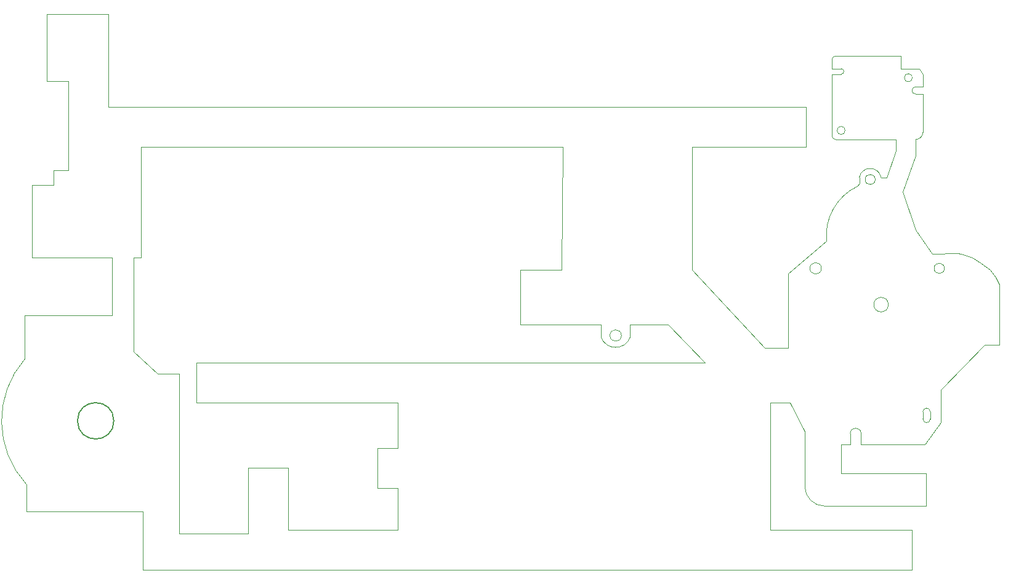
<source format=gbr>
%TF.GenerationSoftware,KiCad,Pcbnew,8.0.4*%
%TF.CreationDate,2024-08-01T13:46:47+01:00*%
%TF.ProjectId,buttonsSuper,62757474-6f6e-4735-9375-7065722e6b69,rev?*%
%TF.SameCoordinates,Original*%
%TF.FileFunction,Profile,NP*%
%FSLAX46Y46*%
G04 Gerber Fmt 4.6, Leading zero omitted, Abs format (unit mm)*
G04 Created by KiCad (PCBNEW 8.0.4) date 2024-08-01 13:46:47*
%MOMM*%
%LPD*%
G01*
G04 APERTURE LIST*
%TA.AperFunction,Profile*%
%ADD10C,0.100000*%
%TD*%
%TA.AperFunction,Profile*%
%ADD11C,0.150000*%
%TD*%
%TA.AperFunction,Profile*%
%ADD12C,0.120000*%
%TD*%
G04 APERTURE END LIST*
D10*
X91000000Y-125250000D02*
X91000000Y-119500000D01*
X150750000Y-71000000D02*
X150750000Y-62500000D01*
X162250000Y-84000000D02*
X160500000Y-78750000D01*
X158500000Y-94250000D02*
G75*
G02*
X156500000Y-94250000I-1000000J0D01*
G01*
X156500000Y-94250000D02*
G75*
G02*
X158500000Y-94250000I1000000J0D01*
G01*
X163250000Y-62500000D02*
X163250000Y-64250000D01*
X152000000Y-62500000D02*
X150750000Y-62500000D01*
X150750000Y-60500000D02*
G75*
G02*
X151250000Y-60000000I500000J0D01*
G01*
X42750000Y-63500000D02*
X45750000Y-63500000D01*
X171750000Y-99750000D02*
X165750000Y-106000000D01*
X58000000Y-103750000D02*
X54750000Y-100750000D01*
X150000001Y-85500000D02*
X144750000Y-90000000D01*
X51250000Y-67000000D02*
X137000915Y-67001014D01*
X147000000Y-119250000D02*
X147000000Y-111750000D01*
X43750000Y-77750000D02*
X40750000Y-77750000D01*
X55750000Y-72500000D02*
X55750000Y-87750000D01*
X173750000Y-91500000D02*
X173750000Y-99750000D01*
X163250000Y-65250000D02*
X163250000Y-70500000D01*
X144750000Y-90000000D02*
X144750000Y-100250000D01*
X151250000Y-71500000D02*
G75*
G02*
X150750000Y-71000000I0J500000D01*
G01*
X163250000Y-70500000D02*
G75*
G02*
X162250000Y-71500000I-1000000J0D01*
G01*
X45750000Y-75750000D02*
X45750000Y-63500000D01*
X39750000Y-101750000D02*
X39750000Y-95750000D01*
X147000000Y-111750000D02*
X145000000Y-107750000D01*
X162250000Y-73750000D02*
X160500000Y-78750000D01*
X142250000Y-125250000D02*
X159250000Y-125250000D01*
X121790569Y-98500000D02*
G75*
G02*
X120209431Y-98500000I-790569J0D01*
G01*
X120209431Y-98500000D02*
G75*
G02*
X121790569Y-98500000I790569J0D01*
G01*
X40750000Y-77750000D02*
X40750000Y-87750000D01*
X131500000Y-89500000D02*
X141500000Y-100250000D01*
X156696227Y-77015508D02*
G75*
G02*
X155303773Y-77015508I-696227J0D01*
G01*
X155303773Y-77015508D02*
G75*
G02*
X156696227Y-77015508I696227J0D01*
G01*
X51250000Y-65750000D02*
X51250000Y-67000000D01*
X76000000Y-125250000D02*
X91000000Y-125250000D01*
X123000000Y-97000000D02*
X128250000Y-97000000D01*
X51750000Y-88750000D02*
X51750000Y-95750000D01*
X153250000Y-112000000D02*
G75*
G02*
X154750000Y-112000000I750000J0D01*
G01*
X133250000Y-102250000D02*
X133000000Y-102250000D01*
X153250000Y-112000000D02*
X153250000Y-113500000D01*
X43750000Y-75750000D02*
X43750000Y-77750000D01*
X149750000Y-122000000D02*
X153500000Y-122000000D01*
X70500000Y-119250000D02*
X70500000Y-125750000D01*
X166207107Y-89250000D02*
G75*
G02*
X164792893Y-89250000I-707107J0D01*
G01*
X164792893Y-89250000D02*
G75*
G02*
X166207107Y-89250000I707107J0D01*
G01*
X163250000Y-110000000D02*
X163250000Y-109000000D01*
X131500000Y-72500000D02*
X137000000Y-72501014D01*
X54750000Y-87750000D02*
X55750000Y-87750000D01*
X142250000Y-107750000D02*
X145000000Y-107750000D01*
X159500000Y-71500000D02*
X151250000Y-71500000D01*
X149290569Y-89250000D02*
G75*
G02*
X147709431Y-89250000I-790569J0D01*
G01*
X147709431Y-89250000D02*
G75*
G02*
X149290569Y-89250000I790569J0D01*
G01*
X158250000Y-76750000D02*
X159500000Y-73000000D01*
X42750000Y-54250000D02*
X51250000Y-54250000D01*
X152559017Y-70250000D02*
G75*
G02*
X151440983Y-70250000I-559017J0D01*
G01*
X151440983Y-70250000D02*
G75*
G02*
X152559017Y-70250000I559017J0D01*
G01*
X150750000Y-61750000D02*
X152000000Y-61750000D01*
X42750000Y-63500000D02*
X42750000Y-54250000D01*
X113750000Y-72500000D02*
X55750000Y-72500000D01*
X162250000Y-65250000D02*
X163250000Y-65250000D01*
X56000000Y-130750000D02*
X56000000Y-122750000D01*
X168000000Y-87184928D02*
X164500000Y-87250000D01*
X128750000Y-102250000D02*
X73500000Y-102250000D01*
X39985773Y-119013103D02*
X40000000Y-122750000D01*
X172500000Y-89500000D02*
X173250000Y-90500000D01*
X40000000Y-122750000D02*
X56000000Y-122750000D01*
X91000000Y-114000000D02*
X91000000Y-107750000D01*
X162250000Y-71750000D02*
X162250000Y-73750000D01*
X45750000Y-75750000D02*
X43750000Y-75750000D01*
X171250000Y-88500000D02*
X172500000Y-89500000D01*
X122999999Y-98750000D02*
G75*
G02*
X119000001Y-98750000I-1999999J750000D01*
G01*
X150000001Y-85500000D02*
G75*
G02*
X154230156Y-77958785I7499999J750000D01*
G01*
X152000000Y-61750000D02*
G75*
G02*
X152000000Y-62500000I0J-375000D01*
G01*
X141500000Y-100250000D02*
X144750000Y-100250000D01*
X131500000Y-89500000D02*
X131500000Y-72500000D01*
X133000000Y-102250000D02*
X128750000Y-102250000D01*
X163250000Y-109000000D02*
G75*
G02*
X164250000Y-109000000I500000J0D01*
G01*
X128250000Y-97000000D02*
X133250000Y-102250000D01*
X150750000Y-60500000D02*
X150750000Y-61750000D01*
X165750000Y-106000000D02*
X165750000Y-110500000D01*
X164250000Y-109000000D02*
X164250000Y-110000000D01*
X173250000Y-90500000D02*
X173750000Y-91500000D01*
X76000000Y-130750000D02*
X159250000Y-130750000D01*
X170000000Y-87750000D02*
X171250000Y-88500000D01*
X151250000Y-60000000D02*
X160250000Y-60000000D01*
X91000000Y-107750000D02*
X73500915Y-107750000D01*
D11*
X52000000Y-110250000D02*
G75*
G02*
X47000000Y-110250000I-2500000J0D01*
G01*
X47000000Y-110250000D02*
G75*
G02*
X52000000Y-110250000I2500000J0D01*
G01*
D10*
X142250000Y-107750000D02*
X142250000Y-125250000D01*
X173750000Y-99750000D02*
X171750000Y-99750000D01*
X56000000Y-130750000D02*
X76000000Y-130750000D01*
X153250000Y-113500000D02*
X152000000Y-113500000D01*
X149750000Y-122000000D02*
G75*
G02*
X147000000Y-119250000I0J2750000D01*
G01*
X154500001Y-76750000D02*
G75*
G02*
X157499999Y-76750000I1499999J-265499D01*
G01*
X113575000Y-89500000D02*
X113750000Y-72500000D01*
X168500000Y-87250000D02*
X170000000Y-87750000D01*
X162250000Y-71500000D02*
X162250000Y-71750000D01*
X154230156Y-77958785D02*
X154500000Y-77500000D01*
X163500000Y-113500000D02*
X154750000Y-113500000D01*
X164250000Y-110000000D02*
G75*
G02*
X163250000Y-110000000I-500000J0D01*
G01*
X162250000Y-65250000D02*
G75*
G02*
X162250000Y-64250000I0J500000D01*
G01*
X119000000Y-97000000D02*
X113575000Y-96999747D01*
X76000000Y-125250000D02*
X76000000Y-119250000D01*
X54750000Y-100750000D02*
X54750000Y-95750000D01*
X119000000Y-97000000D02*
X119000000Y-98750000D01*
X154750000Y-113500000D02*
X154750000Y-112000000D01*
X40750000Y-87750000D02*
X51750000Y-87750000D01*
X61000000Y-103750000D02*
X58000000Y-103750000D01*
X54750000Y-87750000D02*
X54750000Y-95750000D01*
X70500000Y-125750000D02*
X61000000Y-125750000D01*
X154500000Y-77500000D02*
X154500001Y-76750000D01*
X163250000Y-64250000D02*
X162250000Y-64250000D01*
X61000000Y-125750000D02*
X61000000Y-103750000D01*
X165750000Y-110500000D02*
X163500000Y-113500000D01*
X152000000Y-113500000D02*
X152000000Y-117500000D01*
X157500000Y-76750000D02*
X158250000Y-76750000D01*
X168000000Y-87184928D02*
X168500000Y-87250000D01*
X39750000Y-95750000D02*
X51750000Y-95750000D01*
X162750000Y-61750000D02*
X163250000Y-62500000D01*
X51250000Y-57250000D02*
X51250000Y-54250000D01*
X164500000Y-87250000D02*
X162250000Y-84000000D01*
X51750000Y-87750000D02*
X51750000Y-88750000D01*
X159500000Y-73000000D02*
X159500000Y-71500000D01*
X160250000Y-61750000D02*
X162750000Y-61750000D01*
X152000000Y-117500000D02*
X153499085Y-117500000D01*
X160250000Y-60000000D02*
X160250000Y-61750000D01*
X161809017Y-63000000D02*
G75*
G02*
X160690983Y-63000000I-559017J0D01*
G01*
X160690983Y-63000000D02*
G75*
G02*
X161809017Y-63000000I559017J0D01*
G01*
X123000000Y-98750000D02*
X123000000Y-97000000D01*
X39985773Y-119013103D02*
G75*
G02*
X39750000Y-101750000I9514227J8763103D01*
G01*
X90750000Y-119500000D02*
X91000000Y-119500000D01*
X91000000Y-114000000D02*
X90750000Y-114000000D01*
D12*
%TO.C,C6*%
X51249507Y-65751014D02*
X51249507Y-57251014D01*
%TO.C,C4*%
X113575000Y-96999493D02*
X107895000Y-96999493D01*
X107895000Y-97000000D02*
X107895915Y-89500000D01*
X113575000Y-89500000D02*
X107895915Y-89500000D01*
%TO.C,C3*%
X153499085Y-122000000D02*
X163679085Y-122000000D01*
X153500000Y-117500000D02*
X163680000Y-117500000D01*
X163680000Y-117500000D02*
X163679085Y-122000000D01*
%TO.C,C7*%
X137000915Y-67001014D02*
X147180915Y-67001014D01*
X147180915Y-67001014D02*
X147180000Y-72501014D01*
X137000000Y-72501014D02*
X147180000Y-72501014D01*
%TO.C,C1*%
X161750000Y-125500000D02*
X161750000Y-130500000D01*
X161750000Y-130750000D02*
X159250000Y-130750000D01*
X161750000Y-125500000D02*
X161750000Y-125250000D01*
X161750000Y-125250000D02*
X159250000Y-125250000D01*
X161750000Y-130500000D02*
X161750000Y-130750000D01*
%TO.C,C2*%
X70750000Y-116750000D02*
X75750000Y-116750000D01*
X76000000Y-116750000D02*
X76000000Y-119250000D01*
X70750000Y-116750000D02*
X70500000Y-116750000D01*
X70500000Y-116750000D02*
X70500000Y-119250000D01*
X75750000Y-116750000D02*
X76000000Y-116750000D01*
%TO.C,C5*%
X63320000Y-102250000D02*
X73500000Y-102250000D01*
X63320915Y-107750000D02*
X63320000Y-102250000D01*
X63320915Y-107750000D02*
X73500915Y-107750000D01*
%TO.C,C8*%
X88250000Y-119250000D02*
X88250000Y-114250000D01*
X88250000Y-114000000D02*
X90750000Y-114000000D01*
X88250000Y-119250000D02*
X88250000Y-119500000D01*
X88250000Y-119500000D02*
X90750000Y-119500000D01*
X88250000Y-114250000D02*
X88250000Y-114000000D01*
%TD*%
M02*

</source>
